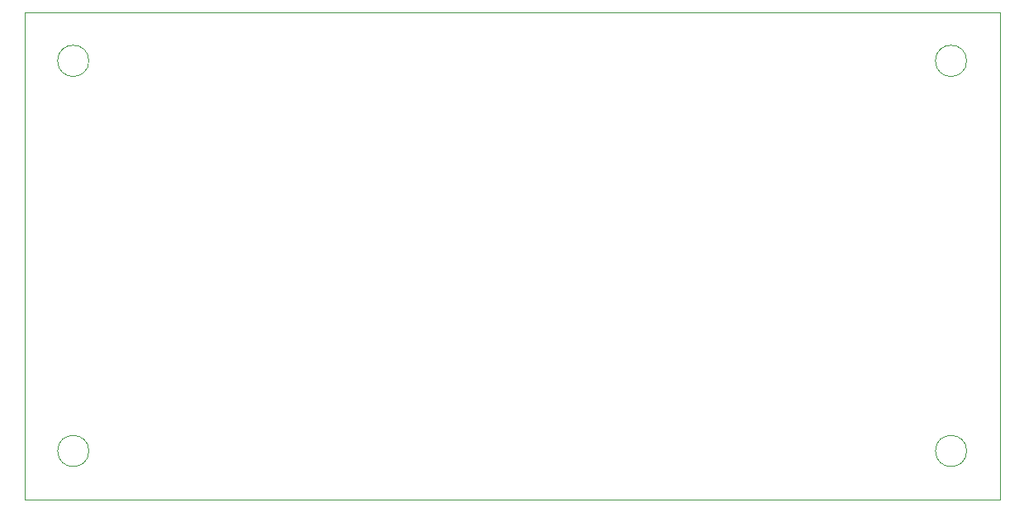
<source format=gm1>
G04*
G04 #@! TF.GenerationSoftware,Altium Limited,Altium Designer,23.4.1 (23)*
G04*
G04 Layer_Color=16711935*
%FSLAX44Y44*%
%MOMM*%
G71*
G04*
G04 #@! TF.SameCoordinates,92A23485-6767-49A1-8100-D21B0EC4512A*
G04*
G04*
G04 #@! TF.FilePolarity,Positive*
G04*
G01*
G75*
%ADD56C,0.0127*%
D56*
X966064Y450064D02*
G03*
X966064Y450064I-16000J0D01*
G01*
X66063D02*
G03*
X66063Y450064I-16000J0D01*
G01*
X966064Y50064D02*
G03*
X966064Y50064I-16000J0D01*
G01*
X66063D02*
G03*
X66063Y50064I-16000J0D01*
G01*
X1000063Y63D02*
Y500064D01*
X63Y63D02*
X1000063D01*
X63D02*
Y500064D01*
X1000063D01*
M02*

</source>
